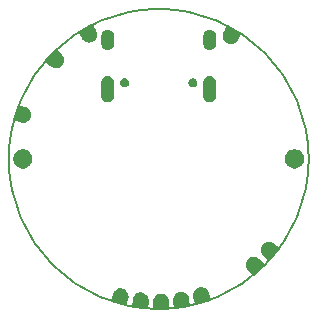
<source format=gbr>
%TF.GenerationSoftware,KiCad,Pcbnew,(5.0.1)-4*%
%TF.CreationDate,2019-06-04T13:38:29+02:00*%
%TF.ProjectId,ESPesh,4553506573682E6B696361645F706362,rev?*%
%TF.SameCoordinates,Original*%
%TF.FileFunction,Soldermask,Bot*%
%TF.FilePolarity,Negative*%
%FSLAX46Y46*%
G04 Gerber Fmt 4.6, Leading zero omitted, Abs format (unit mm)*
G04 Created by KiCad (PCBNEW (5.0.1)-4) date 04/06/2019 13:38:29*
%MOMM*%
%LPD*%
G01*
G04 APERTURE LIST*
%ADD10C,0.200000*%
%ADD11C,0.100000*%
G04 APERTURE END LIST*
D10*
X114808000Y-67754500D02*
G75*
G03X114808000Y-67754500I-12700000J0D01*
G01*
D11*
G36*
X102353815Y-79148434D02*
X102358822Y-79148839D01*
X102358824Y-79148839D01*
X102364974Y-79149337D01*
X102475379Y-79169302D01*
X102481314Y-79170989D01*
X102481317Y-79170990D01*
X102486227Y-79172386D01*
X102496925Y-79175428D01*
X102601309Y-79216546D01*
X102621231Y-79226752D01*
X102715598Y-79287450D01*
X102733144Y-79301345D01*
X102813861Y-79379293D01*
X102817856Y-79383991D01*
X102818666Y-79384943D01*
X102828362Y-79396346D01*
X102892315Y-79488534D01*
X102903209Y-79508086D01*
X102947951Y-79610989D01*
X102954820Y-79632288D01*
X102978628Y-79741940D01*
X102981210Y-79764172D01*
X102981647Y-79789202D01*
X102982462Y-79801436D01*
X102985354Y-79826348D01*
X102996223Y-80448979D01*
X102994916Y-80465139D01*
X102992167Y-80474803D01*
X102987587Y-80483745D01*
X102981351Y-80491620D01*
X102974541Y-80497410D01*
X102973697Y-80498128D01*
X102964921Y-80503018D01*
X102955797Y-80505960D01*
X102955357Y-80506102D01*
X102939254Y-80507972D01*
X101681721Y-80529923D01*
X101665562Y-80528616D01*
X101655896Y-80525867D01*
X101646958Y-80521288D01*
X101646956Y-80521287D01*
X101643018Y-80518168D01*
X101639078Y-80515049D01*
X101632572Y-80507397D01*
X101630132Y-80503018D01*
X101627682Y-80498621D01*
X101624599Y-80489059D01*
X101624598Y-80489057D01*
X101622728Y-80472953D01*
X101611860Y-79850323D01*
X101613880Y-79825348D01*
X101614268Y-79813091D01*
X101613831Y-79788045D01*
X101615637Y-79765726D01*
X101635602Y-79655321D01*
X101641728Y-79633775D01*
X101682846Y-79529391D01*
X101693052Y-79509469D01*
X101753750Y-79415102D01*
X101767645Y-79397556D01*
X101845593Y-79316839D01*
X101862646Y-79302338D01*
X101954834Y-79238385D01*
X101974386Y-79227491D01*
X102077289Y-79182749D01*
X102083156Y-79180857D01*
X102083158Y-79180856D01*
X102087939Y-79179314D01*
X102098588Y-79175880D01*
X102208240Y-79152072D01*
X102230472Y-79149490D01*
X102342656Y-79147531D01*
X102353815Y-79148434D01*
X102353815Y-79148434D01*
G37*
G36*
X100610910Y-79045653D02*
X100722029Y-79061270D01*
X100743773Y-79066540D01*
X100849710Y-79103535D01*
X100870010Y-79112947D01*
X100966687Y-79169895D01*
X100971667Y-79173530D01*
X100971674Y-79173534D01*
X100979789Y-79179457D01*
X100979797Y-79179464D01*
X100984777Y-79183099D01*
X101068479Y-79257805D01*
X101083643Y-79274281D01*
X101151160Y-79363880D01*
X101154373Y-79369148D01*
X101154377Y-79369154D01*
X101158822Y-79376444D01*
X101162821Y-79383002D01*
X101211566Y-79484059D01*
X101219266Y-79505073D01*
X101247361Y-79613712D01*
X101250814Y-79635822D01*
X101257175Y-79747839D01*
X101256247Y-79770210D01*
X101252763Y-79794998D01*
X101251655Y-79807205D01*
X101250614Y-79832260D01*
X101163946Y-80448935D01*
X101160857Y-80461680D01*
X101160127Y-80464691D01*
X101156296Y-80472953D01*
X101155901Y-80473805D01*
X101149977Y-80481922D01*
X101142591Y-80488719D01*
X101142589Y-80488720D01*
X101142586Y-80488723D01*
X101134009Y-80493953D01*
X101134005Y-80493955D01*
X101134004Y-80493955D01*
X101124576Y-80497410D01*
X101114654Y-80498960D01*
X101114650Y-80498960D01*
X101112512Y-80498871D01*
X101098449Y-80498288D01*
X99852965Y-80323246D01*
X99840220Y-80320157D01*
X99837209Y-80319427D01*
X99828095Y-80315201D01*
X99819978Y-80309277D01*
X99813181Y-80301891D01*
X99813180Y-80301889D01*
X99813177Y-80301886D01*
X99807947Y-80293309D01*
X99804490Y-80283876D01*
X99802940Y-80273954D01*
X99803612Y-80257749D01*
X99890280Y-79641079D01*
X99896179Y-79616741D01*
X99898480Y-79604694D01*
X99901968Y-79579879D01*
X99907240Y-79558127D01*
X99944235Y-79452190D01*
X99953647Y-79431890D01*
X100010595Y-79335213D01*
X100014230Y-79330233D01*
X100014234Y-79330226D01*
X100020157Y-79322111D01*
X100020164Y-79322103D01*
X100023799Y-79317123D01*
X100098505Y-79233421D01*
X100114981Y-79218257D01*
X100204580Y-79150740D01*
X100209848Y-79147527D01*
X100209854Y-79147523D01*
X100218431Y-79142293D01*
X100218434Y-79142292D01*
X100223702Y-79139079D01*
X100324759Y-79090334D01*
X100345773Y-79082634D01*
X100454412Y-79054539D01*
X100476522Y-79051086D01*
X100588539Y-79044725D01*
X100610910Y-79045653D01*
X100610910Y-79045653D01*
G37*
G36*
X104095907Y-78998736D02*
X104118081Y-79001803D01*
X104227170Y-79027993D01*
X104233006Y-79030016D01*
X104233008Y-79030017D01*
X104242500Y-79033308D01*
X104242504Y-79033310D01*
X104248333Y-79035331D01*
X104350223Y-79082302D01*
X104355547Y-79085422D01*
X104355548Y-79085423D01*
X104363927Y-79090334D01*
X104369541Y-79093625D01*
X104460315Y-79159577D01*
X104477038Y-79174437D01*
X104553209Y-79256838D01*
X104566719Y-79274686D01*
X104625342Y-79370352D01*
X104635113Y-79390495D01*
X104673946Y-79495758D01*
X104675504Y-79501727D01*
X104675505Y-79501731D01*
X104676377Y-79505073D01*
X104679598Y-79517418D01*
X104683516Y-79542152D01*
X104686026Y-79554151D01*
X104692356Y-79578413D01*
X104789772Y-80193470D01*
X104790726Y-80209658D01*
X104789350Y-80219606D01*
X104789349Y-80219609D01*
X104786058Y-80229101D01*
X104780978Y-80237768D01*
X104774305Y-80245278D01*
X104767860Y-80250156D01*
X104766293Y-80251342D01*
X104757257Y-80255725D01*
X104741561Y-80259821D01*
X103499330Y-80456572D01*
X103483142Y-80457526D01*
X103473194Y-80456150D01*
X103473191Y-80456149D01*
X103463699Y-80452858D01*
X103463697Y-80452857D01*
X103455033Y-80447779D01*
X103454196Y-80447035D01*
X103447522Y-80441105D01*
X103441459Y-80433094D01*
X103441458Y-80433093D01*
X103437075Y-80424057D01*
X103432979Y-80408361D01*
X103335564Y-79793312D01*
X103334089Y-79768295D01*
X103332767Y-79756103D01*
X103328849Y-79731361D01*
X103327531Y-79709017D01*
X103331936Y-79596893D01*
X103335003Y-79574719D01*
X103361193Y-79465630D01*
X103368531Y-79444467D01*
X103415502Y-79342577D01*
X103426825Y-79323259D01*
X103492777Y-79232485D01*
X103507637Y-79215762D01*
X103590038Y-79139591D01*
X103607886Y-79126081D01*
X103703552Y-79067458D01*
X103713623Y-79062573D01*
X103718143Y-79060380D01*
X103718144Y-79060379D01*
X103723695Y-79057687D01*
X103828957Y-79018854D01*
X103834929Y-79017296D01*
X103834931Y-79017295D01*
X103844651Y-79014759D01*
X103850626Y-79013200D01*
X103961442Y-78995648D01*
X103983783Y-78994331D01*
X104095907Y-78998736D01*
X104095907Y-78998736D01*
G37*
G36*
X98970195Y-78709039D02*
X98976288Y-78710045D01*
X98976290Y-78710045D01*
X98986202Y-78711681D01*
X98986208Y-78711683D01*
X98992292Y-78712687D01*
X99100671Y-78741726D01*
X99121622Y-78749612D01*
X99222248Y-78799235D01*
X99241262Y-78811059D01*
X99330272Y-78879358D01*
X99346610Y-78894660D01*
X99420598Y-78979027D01*
X99433632Y-78997217D01*
X99489732Y-79094385D01*
X99498977Y-79114787D01*
X99535037Y-79221018D01*
X99540121Y-79242822D01*
X99554767Y-79354071D01*
X99555499Y-79376444D01*
X99548161Y-79488395D01*
X99547155Y-79494488D01*
X99547155Y-79494490D01*
X99545800Y-79502701D01*
X99544512Y-79510499D01*
X99538024Y-79534711D01*
X99535431Y-79546715D01*
X99534001Y-79555383D01*
X99534001Y-79555393D01*
X99532364Y-79565314D01*
X99532359Y-79565333D01*
X99531356Y-79571411D01*
X99370186Y-80172907D01*
X99368014Y-80178677D01*
X99364475Y-80188079D01*
X99359170Y-80196610D01*
X99352303Y-80203943D01*
X99344137Y-80209794D01*
X99339561Y-80211867D01*
X99334985Y-80213941D01*
X99325203Y-80216222D01*
X99315163Y-80216550D01*
X99315161Y-80216550D01*
X99305249Y-80214914D01*
X99305243Y-80214912D01*
X99299159Y-80213908D01*
X98084293Y-79888386D01*
X98069125Y-79882677D01*
X98069121Y-79882675D01*
X98060590Y-79877370D01*
X98053257Y-79870503D01*
X98047406Y-79862337D01*
X98045333Y-79857761D01*
X98043259Y-79853185D01*
X98040978Y-79843403D01*
X98040650Y-79833363D01*
X98040832Y-79832260D01*
X98042286Y-79823449D01*
X98042288Y-79823443D01*
X98043292Y-79817359D01*
X98204462Y-79215862D01*
X98213291Y-79192404D01*
X98217043Y-79180726D01*
X98223526Y-79156530D01*
X98231412Y-79135578D01*
X98281035Y-79034952D01*
X98292859Y-79015938D01*
X98361158Y-78926928D01*
X98376460Y-78910590D01*
X98460827Y-78836602D01*
X98479017Y-78823568D01*
X98576185Y-78767468D01*
X98596587Y-78758223D01*
X98702818Y-78722163D01*
X98724622Y-78717079D01*
X98835871Y-78702433D01*
X98842030Y-78702231D01*
X98842034Y-78702231D01*
X98848944Y-78702005D01*
X98858244Y-78701701D01*
X98970195Y-78709039D01*
X98970195Y-78709039D01*
G37*
G36*
X105823486Y-78610832D02*
X105845444Y-78615150D01*
X105952889Y-78647486D01*
X105973591Y-78656008D01*
X106072656Y-78708682D01*
X106091297Y-78721079D01*
X106178183Y-78792069D01*
X106194046Y-78807863D01*
X106265416Y-78894441D01*
X106277897Y-78913032D01*
X106331002Y-79011866D01*
X106339613Y-79032527D01*
X106346934Y-79056472D01*
X106351089Y-79068005D01*
X106360734Y-79091152D01*
X106542799Y-79686658D01*
X106544016Y-79692708D01*
X106544018Y-79692714D01*
X106545999Y-79702563D01*
X106546021Y-79712609D01*
X106544083Y-79722466D01*
X106540985Y-79729989D01*
X106540257Y-79731759D01*
X106534696Y-79740121D01*
X106527609Y-79747239D01*
X106523436Y-79750040D01*
X106519266Y-79752840D01*
X106519265Y-79752841D01*
X106519264Y-79752841D01*
X106504303Y-79759077D01*
X105301531Y-80126802D01*
X105285640Y-80129999D01*
X105275592Y-80130021D01*
X105275591Y-80130021D01*
X105265734Y-80128083D01*
X105258211Y-80124985D01*
X105256441Y-80124257D01*
X105248079Y-80118696D01*
X105240961Y-80111609D01*
X105235359Y-80103264D01*
X105229123Y-80088302D01*
X105047054Y-79492784D01*
X105042112Y-79468220D01*
X105039106Y-79456328D01*
X105031783Y-79432376D01*
X105030567Y-79426330D01*
X105030565Y-79426325D01*
X105028584Y-79416475D01*
X105027366Y-79410423D01*
X105016127Y-79298793D01*
X105016077Y-79276404D01*
X105026832Y-79164714D01*
X105031150Y-79142756D01*
X105063486Y-79035311D01*
X105072008Y-79014609D01*
X105124682Y-78915544D01*
X105137079Y-78896903D01*
X105208069Y-78810017D01*
X105223863Y-78794154D01*
X105310441Y-78722784D01*
X105329032Y-78710303D01*
X105427865Y-78657198D01*
X105448525Y-78648588D01*
X105555823Y-78615783D01*
X105561873Y-78614566D01*
X105561876Y-78614565D01*
X105571725Y-78612584D01*
X105571724Y-78612584D01*
X105577779Y-78611366D01*
X105689407Y-78600127D01*
X105695579Y-78600113D01*
X105695581Y-78600113D01*
X105700475Y-78600102D01*
X105711796Y-78600077D01*
X105823486Y-78610832D01*
X105823486Y-78610832D01*
G37*
G36*
X110264311Y-76028079D02*
X110270408Y-76029004D01*
X110270411Y-76029004D01*
X110280344Y-76030511D01*
X110280345Y-76030511D01*
X110286441Y-76031436D01*
X110395194Y-76059056D01*
X110416246Y-76066666D01*
X110517517Y-76114969D01*
X110536685Y-76126543D01*
X110626580Y-76193672D01*
X110643119Y-76208761D01*
X110659869Y-76227364D01*
X110668511Y-76236064D01*
X110687042Y-76252972D01*
X111103720Y-76715740D01*
X111113338Y-76728797D01*
X111117603Y-76737891D01*
X111117603Y-76737892D01*
X111120012Y-76747645D01*
X111120472Y-76757681D01*
X111118965Y-76767614D01*
X111115550Y-76777061D01*
X111110357Y-76785661D01*
X111103586Y-76793083D01*
X111103583Y-76793086D01*
X111099420Y-76797649D01*
X110164760Y-77639220D01*
X110151703Y-77648838D01*
X110142609Y-77653103D01*
X110132856Y-77655512D01*
X110122819Y-77655972D01*
X110112886Y-77654465D01*
X110103439Y-77651050D01*
X110094839Y-77645857D01*
X110087417Y-77639086D01*
X110087414Y-77639083D01*
X110082851Y-77634920D01*
X109666180Y-77172159D01*
X109651319Y-77151984D01*
X109643566Y-77142473D01*
X109626803Y-77123857D01*
X109613527Y-77105832D01*
X109556159Y-77009405D01*
X109553539Y-77003819D01*
X109549273Y-76994724D01*
X109549270Y-76994715D01*
X109546652Y-76989133D01*
X109509202Y-76883379D01*
X109507722Y-76877390D01*
X109507720Y-76877383D01*
X109505311Y-76867629D01*
X109503829Y-76861630D01*
X109487732Y-76750607D01*
X109486706Y-76728236D01*
X109492579Y-76616189D01*
X109495936Y-76594059D01*
X109523556Y-76485306D01*
X109531166Y-76464254D01*
X109579469Y-76362983D01*
X109591043Y-76343815D01*
X109658172Y-76253920D01*
X109673256Y-76237387D01*
X109756647Y-76162301D01*
X109761609Y-76158646D01*
X109761611Y-76158644D01*
X109769700Y-76152686D01*
X109774667Y-76149027D01*
X109871095Y-76091659D01*
X109876678Y-76089041D01*
X109876681Y-76089039D01*
X109885776Y-76084773D01*
X109885785Y-76084770D01*
X109891367Y-76082152D01*
X109997121Y-76044702D01*
X110003110Y-76043222D01*
X110003117Y-76043220D01*
X110012871Y-76040811D01*
X110018870Y-76039329D01*
X110129893Y-76023232D01*
X110152264Y-76022206D01*
X110264311Y-76028079D01*
X110264311Y-76028079D01*
G37*
G36*
X111444957Y-74751985D02*
X111444960Y-74751985D01*
X111450378Y-74752044D01*
X111461181Y-74752162D01*
X111572707Y-74764377D01*
X111594616Y-74768984D01*
X111701622Y-74802723D01*
X111707296Y-74805146D01*
X111707299Y-74805147D01*
X111708275Y-74805564D01*
X111722222Y-74811520D01*
X111820575Y-74865479D01*
X111825675Y-74868968D01*
X111833966Y-74874639D01*
X111833970Y-74874642D01*
X111839061Y-74878125D01*
X111858230Y-74894209D01*
X111867988Y-74901613D01*
X111888697Y-74915783D01*
X112365736Y-75316066D01*
X112372415Y-75322893D01*
X112377075Y-75327655D01*
X112382565Y-75336069D01*
X112382566Y-75336071D01*
X112386308Y-75345390D01*
X112388160Y-75355263D01*
X112388050Y-75365313D01*
X112385983Y-75375145D01*
X112382039Y-75384381D01*
X112372885Y-75397761D01*
X111564434Y-76361236D01*
X111557607Y-76367915D01*
X111552845Y-76372575D01*
X111545237Y-76377539D01*
X111544429Y-76378066D01*
X111535110Y-76381808D01*
X111525237Y-76383660D01*
X111525234Y-76383660D01*
X111519207Y-76383594D01*
X111515187Y-76383550D01*
X111505355Y-76381483D01*
X111496119Y-76377539D01*
X111482739Y-76368385D01*
X111005703Y-75968104D01*
X111001389Y-75963695D01*
X110994363Y-75956515D01*
X110994361Y-75956512D01*
X110988184Y-75950199D01*
X110979184Y-75941861D01*
X110959993Y-75925759D01*
X110955679Y-75921349D01*
X110955675Y-75921346D01*
X110948649Y-75914165D01*
X110948643Y-75914158D01*
X110944330Y-75909749D01*
X110874107Y-75822254D01*
X110861871Y-75803502D01*
X110810064Y-75703981D01*
X110807764Y-75698253D01*
X110804021Y-75688931D01*
X110804019Y-75688925D01*
X110801720Y-75683198D01*
X110770325Y-75575489D01*
X110766197Y-75553482D01*
X110756418Y-75441718D01*
X110756662Y-75419319D01*
X110768877Y-75307793D01*
X110773484Y-75285884D01*
X110807223Y-75178878D01*
X110816020Y-75158278D01*
X110869979Y-75059925D01*
X110882625Y-75041438D01*
X110954740Y-74955495D01*
X110959147Y-74951183D01*
X110959154Y-74951175D01*
X110966335Y-74944149D01*
X110966344Y-74944142D01*
X110970751Y-74939830D01*
X111058246Y-74869607D01*
X111063413Y-74866236D01*
X111063416Y-74866233D01*
X111071830Y-74860743D01*
X111071832Y-74860742D01*
X111076998Y-74857371D01*
X111176519Y-74805564D01*
X111182244Y-74803265D01*
X111182247Y-74803264D01*
X111191569Y-74799521D01*
X111191575Y-74799519D01*
X111197302Y-74797220D01*
X111305011Y-74765825D01*
X111311075Y-74764687D01*
X111311077Y-74764687D01*
X111320951Y-74762835D01*
X111327018Y-74761697D01*
X111438782Y-74751918D01*
X111444957Y-74751985D01*
X111444957Y-74751985D01*
G37*
G36*
X90837142Y-66972742D02*
X90985102Y-67034030D01*
X91118258Y-67123002D01*
X91231498Y-67236242D01*
X91320470Y-67369398D01*
X91381758Y-67517358D01*
X91413000Y-67674425D01*
X91413000Y-67834575D01*
X91381758Y-67991642D01*
X91320470Y-68139602D01*
X91231498Y-68272758D01*
X91118258Y-68385998D01*
X90985102Y-68474970D01*
X90837142Y-68536258D01*
X90680075Y-68567500D01*
X90519925Y-68567500D01*
X90362858Y-68536258D01*
X90214898Y-68474970D01*
X90081742Y-68385998D01*
X89968502Y-68272758D01*
X89879530Y-68139602D01*
X89818242Y-67991642D01*
X89787000Y-67834575D01*
X89787000Y-67674425D01*
X89818242Y-67517358D01*
X89879530Y-67369398D01*
X89968502Y-67236242D01*
X90081742Y-67123002D01*
X90214898Y-67034030D01*
X90362858Y-66972742D01*
X90519925Y-66941500D01*
X90680075Y-66941500D01*
X90837142Y-66972742D01*
X90837142Y-66972742D01*
G37*
G36*
X113837142Y-66972742D02*
X113985102Y-67034030D01*
X114118258Y-67123002D01*
X114231498Y-67236242D01*
X114320470Y-67369398D01*
X114381758Y-67517358D01*
X114413000Y-67674425D01*
X114413000Y-67834575D01*
X114381758Y-67991642D01*
X114320470Y-68139602D01*
X114231498Y-68272758D01*
X114118258Y-68385998D01*
X113985102Y-68474970D01*
X113837142Y-68536258D01*
X113680075Y-68567500D01*
X113519925Y-68567500D01*
X113362858Y-68536258D01*
X113214898Y-68474970D01*
X113081742Y-68385998D01*
X112968502Y-68272758D01*
X112879530Y-68139602D01*
X112818242Y-67991642D01*
X112787000Y-67834575D01*
X112787000Y-67674425D01*
X112818242Y-67517358D01*
X112879530Y-67369398D01*
X112968502Y-67236242D01*
X113081742Y-67123002D01*
X113214898Y-67034030D01*
X113362858Y-66972742D01*
X113519925Y-66941500D01*
X113680075Y-66941500D01*
X113837142Y-66972742D01*
X113837142Y-66972742D01*
G37*
G36*
X90212828Y-63156961D02*
X90222641Y-63159114D01*
X90222646Y-63159116D01*
X90228672Y-63160438D01*
X90820910Y-63352868D01*
X90843873Y-63362911D01*
X90855334Y-63367267D01*
X90879157Y-63375008D01*
X90899670Y-63383980D01*
X90997558Y-63438800D01*
X91015934Y-63451607D01*
X91101252Y-63524476D01*
X91116763Y-63540609D01*
X91186225Y-63628721D01*
X91198295Y-63647576D01*
X91249237Y-63747555D01*
X91257392Y-63768390D01*
X91287850Y-63876387D01*
X91291785Y-63898419D01*
X91300588Y-64010279D01*
X91300149Y-64032666D01*
X91286961Y-64144082D01*
X91282164Y-64165945D01*
X91247490Y-64272660D01*
X91238519Y-64293171D01*
X91183700Y-64391058D01*
X91170893Y-64409434D01*
X91098024Y-64494752D01*
X91081891Y-64510263D01*
X90993779Y-64579725D01*
X90974924Y-64591795D01*
X90874945Y-64642737D01*
X90854110Y-64650892D01*
X90746113Y-64681350D01*
X90724081Y-64685285D01*
X90612221Y-64694088D01*
X90589834Y-64693649D01*
X90478420Y-64680461D01*
X90456557Y-64675664D01*
X90432724Y-64667921D01*
X90420890Y-64664709D01*
X90412249Y-64662813D01*
X90412248Y-64662813D01*
X90409401Y-64662188D01*
X90396411Y-64659338D01*
X89804173Y-64466908D01*
X89798517Y-64464434D01*
X89789313Y-64460408D01*
X89789312Y-64460407D01*
X89789309Y-64460406D01*
X89781074Y-64454666D01*
X89781071Y-64454664D01*
X89774108Y-64447422D01*
X89768692Y-64438961D01*
X89765030Y-64429605D01*
X89763264Y-64419716D01*
X89763461Y-64409672D01*
X89765614Y-64399859D01*
X89765616Y-64399854D01*
X89766938Y-64393828D01*
X90155592Y-63197673D01*
X90162094Y-63182809D01*
X90167834Y-63174574D01*
X90167836Y-63174571D01*
X90175078Y-63167608D01*
X90175079Y-63167607D01*
X90183537Y-63162193D01*
X90183538Y-63162193D01*
X90183539Y-63162192D01*
X90192895Y-63158530D01*
X90192896Y-63158530D01*
X90192898Y-63158529D01*
X90202783Y-63156764D01*
X90202784Y-63156764D01*
X90212828Y-63156961D01*
X90212828Y-63156961D01*
G37*
G36*
X97896015Y-60741473D02*
X97999879Y-60772979D01*
X98095600Y-60824144D01*
X98179501Y-60892999D01*
X98248356Y-60976900D01*
X98299521Y-61072621D01*
X98331027Y-61176485D01*
X98339000Y-61257433D01*
X98339000Y-62411567D01*
X98331027Y-62492515D01*
X98299521Y-62596379D01*
X98248356Y-62692100D01*
X98179501Y-62776001D01*
X98095600Y-62844856D01*
X97999878Y-62896021D01*
X97896014Y-62927527D01*
X97788000Y-62938166D01*
X97679985Y-62927527D01*
X97576121Y-62896021D01*
X97480400Y-62844856D01*
X97396499Y-62776001D01*
X97327644Y-62692100D01*
X97276479Y-62596378D01*
X97244973Y-62492514D01*
X97237000Y-62411566D01*
X97237001Y-61257433D01*
X97244974Y-61176485D01*
X97276480Y-61072621D01*
X97327645Y-60976900D01*
X97396500Y-60892999D01*
X97480401Y-60824144D01*
X97576122Y-60772979D01*
X97679986Y-60741473D01*
X97788000Y-60730834D01*
X97896015Y-60741473D01*
X97896015Y-60741473D01*
G37*
G36*
X106536015Y-60741473D02*
X106639879Y-60772979D01*
X106735600Y-60824144D01*
X106819501Y-60892999D01*
X106888356Y-60976900D01*
X106939521Y-61072621D01*
X106971027Y-61176485D01*
X106979000Y-61257433D01*
X106979000Y-62411567D01*
X106971027Y-62492515D01*
X106939521Y-62596379D01*
X106888356Y-62692100D01*
X106819501Y-62776001D01*
X106735600Y-62844856D01*
X106639878Y-62896021D01*
X106536014Y-62927527D01*
X106428000Y-62938166D01*
X106319985Y-62927527D01*
X106216121Y-62896021D01*
X106120400Y-62844856D01*
X106036499Y-62776001D01*
X105967644Y-62692100D01*
X105916479Y-62596378D01*
X105884973Y-62492514D01*
X105877000Y-62411566D01*
X105877001Y-61257433D01*
X105884974Y-61176485D01*
X105916480Y-61072621D01*
X105967645Y-60976900D01*
X106036500Y-60892999D01*
X106120401Y-60824144D01*
X106216122Y-60772979D01*
X106319986Y-60741473D01*
X106428000Y-60730834D01*
X106536015Y-60741473D01*
X106536015Y-60741473D01*
G37*
G36*
X105107672Y-60942949D02*
X105107674Y-60942950D01*
X105107675Y-60942950D01*
X105176103Y-60971293D01*
X105237409Y-61012257D01*
X105237689Y-61012444D01*
X105290056Y-61064811D01*
X105290058Y-61064814D01*
X105331207Y-61126397D01*
X105359550Y-61194825D01*
X105374000Y-61267467D01*
X105374000Y-61341533D01*
X105359550Y-61414175D01*
X105331207Y-61482603D01*
X105290243Y-61543909D01*
X105290056Y-61544189D01*
X105237689Y-61596556D01*
X105237686Y-61596558D01*
X105176103Y-61637707D01*
X105107675Y-61666050D01*
X105107674Y-61666050D01*
X105107672Y-61666051D01*
X105035034Y-61680500D01*
X104960966Y-61680500D01*
X104888328Y-61666051D01*
X104888326Y-61666050D01*
X104888325Y-61666050D01*
X104819897Y-61637707D01*
X104758314Y-61596558D01*
X104758311Y-61596556D01*
X104705944Y-61544189D01*
X104705757Y-61543909D01*
X104664793Y-61482603D01*
X104636450Y-61414175D01*
X104622000Y-61341533D01*
X104622000Y-61267467D01*
X104636450Y-61194825D01*
X104664793Y-61126397D01*
X104705942Y-61064814D01*
X104705944Y-61064811D01*
X104758311Y-61012444D01*
X104758591Y-61012257D01*
X104819897Y-60971293D01*
X104888325Y-60942950D01*
X104888326Y-60942950D01*
X104888328Y-60942949D01*
X104960966Y-60928500D01*
X105035034Y-60928500D01*
X105107672Y-60942949D01*
X105107672Y-60942949D01*
G37*
G36*
X99327672Y-60942949D02*
X99327674Y-60942950D01*
X99327675Y-60942950D01*
X99396103Y-60971293D01*
X99457409Y-61012257D01*
X99457689Y-61012444D01*
X99510056Y-61064811D01*
X99510058Y-61064814D01*
X99551207Y-61126397D01*
X99579550Y-61194825D01*
X99594000Y-61267467D01*
X99594000Y-61341533D01*
X99579550Y-61414175D01*
X99551207Y-61482603D01*
X99510243Y-61543909D01*
X99510056Y-61544189D01*
X99457689Y-61596556D01*
X99457686Y-61596558D01*
X99396103Y-61637707D01*
X99327675Y-61666050D01*
X99327674Y-61666050D01*
X99327672Y-61666051D01*
X99255034Y-61680500D01*
X99180966Y-61680500D01*
X99108328Y-61666051D01*
X99108326Y-61666050D01*
X99108325Y-61666050D01*
X99039897Y-61637707D01*
X98978314Y-61596558D01*
X98978311Y-61596556D01*
X98925944Y-61544189D01*
X98925757Y-61543909D01*
X98884793Y-61482603D01*
X98856450Y-61414175D01*
X98842000Y-61341533D01*
X98842000Y-61267467D01*
X98856450Y-61194825D01*
X98884793Y-61126397D01*
X98925942Y-61064814D01*
X98925944Y-61064811D01*
X98978311Y-61012444D01*
X98978591Y-61012257D01*
X99039897Y-60971293D01*
X99108325Y-60942950D01*
X99108326Y-60942950D01*
X99108328Y-60942949D01*
X99180966Y-60928500D01*
X99255034Y-60928500D01*
X99327672Y-60942949D01*
X99327672Y-60942949D01*
G37*
G36*
X93401944Y-58424181D02*
X93411610Y-58426930D01*
X93420140Y-58431300D01*
X93420550Y-58431510D01*
X93421805Y-58432504D01*
X93433266Y-58441579D01*
X93881213Y-58874156D01*
X93897446Y-58893247D01*
X93905839Y-58902189D01*
X93923859Y-58919592D01*
X93938362Y-58936647D01*
X94002310Y-59028827D01*
X94005315Y-59034219D01*
X94005318Y-59034224D01*
X94010208Y-59043000D01*
X94013215Y-59048397D01*
X94057948Y-59151277D01*
X94059842Y-59157150D01*
X94059845Y-59157157D01*
X94062928Y-59166719D01*
X94064822Y-59172593D01*
X94088629Y-59282240D01*
X94091211Y-59304472D01*
X94093170Y-59416656D01*
X94091364Y-59438974D01*
X94071399Y-59549382D01*
X94065275Y-59570917D01*
X94024152Y-59675312D01*
X94013950Y-59695226D01*
X93953246Y-59789601D01*
X93939354Y-59807144D01*
X93861408Y-59887860D01*
X93856709Y-59891855D01*
X93849056Y-59898363D01*
X93849052Y-59898366D01*
X93844352Y-59902362D01*
X93752173Y-59966310D01*
X93746781Y-59969315D01*
X93746776Y-59969318D01*
X93738000Y-59974208D01*
X93737997Y-59974209D01*
X93732603Y-59977215D01*
X93629723Y-60021948D01*
X93623850Y-60023842D01*
X93623843Y-60023845D01*
X93614281Y-60026928D01*
X93614279Y-60026929D01*
X93608407Y-60028822D01*
X93498760Y-60052629D01*
X93476528Y-60055211D01*
X93364344Y-60057170D01*
X93353185Y-60056267D01*
X93348178Y-60055862D01*
X93348176Y-60055862D01*
X93342026Y-60055364D01*
X93231618Y-60035399D01*
X93210083Y-60029275D01*
X93105688Y-59988152D01*
X93085774Y-59977950D01*
X92991401Y-59917247D01*
X92973847Y-59903347D01*
X92955813Y-59885932D01*
X92946575Y-59877848D01*
X92939677Y-59872386D01*
X92939674Y-59872385D01*
X92931793Y-59866145D01*
X92931791Y-59866143D01*
X92926951Y-59862311D01*
X92479009Y-59429738D01*
X92468504Y-59417384D01*
X92463615Y-59408609D01*
X92463614Y-59408608D01*
X92460531Y-59399046D01*
X92460530Y-59399044D01*
X92459371Y-59389067D01*
X92460181Y-59379056D01*
X92462930Y-59369390D01*
X92467509Y-59360452D01*
X92467510Y-59360450D01*
X92473747Y-59352574D01*
X92477579Y-59347734D01*
X93351262Y-58443009D01*
X93363616Y-58432504D01*
X93365402Y-58431509D01*
X93372392Y-58427614D01*
X93378667Y-58425591D01*
X93381956Y-58424530D01*
X93391933Y-58423371D01*
X93401944Y-58424181D01*
X93401944Y-58424181D01*
G37*
G36*
X97896015Y-56811473D02*
X97999879Y-56842979D01*
X98095600Y-56894144D01*
X98179501Y-56962999D01*
X98248356Y-57046900D01*
X98299521Y-57142621D01*
X98331027Y-57246485D01*
X98339000Y-57327433D01*
X98339000Y-57981567D01*
X98331027Y-58062515D01*
X98299521Y-58166379D01*
X98248356Y-58262100D01*
X98179501Y-58346001D01*
X98095600Y-58414856D01*
X97999878Y-58466021D01*
X97896014Y-58497527D01*
X97788000Y-58508166D01*
X97679985Y-58497527D01*
X97576121Y-58466021D01*
X97480400Y-58414856D01*
X97396499Y-58346001D01*
X97327644Y-58262100D01*
X97276479Y-58166378D01*
X97244973Y-58062514D01*
X97237000Y-57981566D01*
X97237000Y-57327433D01*
X97244973Y-57246485D01*
X97276480Y-57142621D01*
X97327645Y-57046900D01*
X97396500Y-56962999D01*
X97480401Y-56894144D01*
X97576122Y-56842979D01*
X97679986Y-56811473D01*
X97788000Y-56800834D01*
X97896015Y-56811473D01*
X97896015Y-56811473D01*
G37*
G36*
X106536015Y-56811473D02*
X106639879Y-56842979D01*
X106735600Y-56894144D01*
X106819501Y-56962999D01*
X106888356Y-57046900D01*
X106939521Y-57142621D01*
X106971027Y-57246485D01*
X106979000Y-57327433D01*
X106979000Y-57981567D01*
X106971027Y-58062515D01*
X106939521Y-58166379D01*
X106888356Y-58262100D01*
X106819501Y-58346001D01*
X106735600Y-58414856D01*
X106639878Y-58466021D01*
X106536014Y-58497527D01*
X106428000Y-58508166D01*
X106319985Y-58497527D01*
X106216121Y-58466021D01*
X106120400Y-58414856D01*
X106036499Y-58346001D01*
X105967644Y-58262100D01*
X105916479Y-58166378D01*
X105884973Y-58062514D01*
X105877000Y-57981566D01*
X105877000Y-57327433D01*
X105884973Y-57246485D01*
X105916480Y-57142621D01*
X105967645Y-57046900D01*
X106036500Y-56962999D01*
X106120401Y-56894144D01*
X106216122Y-56842979D01*
X106319986Y-56811473D01*
X106428000Y-56800834D01*
X106536015Y-56811473D01*
X106536015Y-56811473D01*
G37*
G36*
X107978264Y-56422265D02*
X107988046Y-56424546D01*
X108002819Y-56431240D01*
X109092035Y-57060099D01*
X109105216Y-57069544D01*
X109111308Y-57076050D01*
X109112083Y-57076877D01*
X109117388Y-57085408D01*
X109117390Y-57085412D01*
X109120926Y-57094806D01*
X109122563Y-57104724D01*
X109122235Y-57114764D01*
X109119954Y-57124546D01*
X109113260Y-57139319D01*
X108801901Y-57678608D01*
X108787307Y-57698975D01*
X108780662Y-57709281D01*
X108768131Y-57730985D01*
X108755100Y-57749169D01*
X108681114Y-57833535D01*
X108676613Y-57837751D01*
X108676611Y-57837753D01*
X108669278Y-57844621D01*
X108664767Y-57848846D01*
X108575765Y-57917138D01*
X108556750Y-57928963D01*
X108456115Y-57978592D01*
X108435172Y-57986474D01*
X108326792Y-58015514D01*
X108320710Y-58016518D01*
X108320703Y-58016520D01*
X108310790Y-58018156D01*
X108310789Y-58018156D01*
X108304696Y-58019162D01*
X108192744Y-58026499D01*
X108183906Y-58026210D01*
X108176534Y-58025969D01*
X108176530Y-58025969D01*
X108170371Y-58025767D01*
X108059121Y-58011121D01*
X108037325Y-58006038D01*
X107931083Y-57969974D01*
X107910683Y-57960731D01*
X107813525Y-57904636D01*
X107808508Y-57901041D01*
X107808503Y-57901038D01*
X107800338Y-57895187D01*
X107800334Y-57895184D01*
X107795322Y-57891592D01*
X107710965Y-57817614D01*
X107695654Y-57801267D01*
X107627362Y-57712265D01*
X107623799Y-57706535D01*
X107618795Y-57698489D01*
X107615537Y-57693250D01*
X107565908Y-57592615D01*
X107558026Y-57571672D01*
X107528986Y-57463292D01*
X107527982Y-57457210D01*
X107527980Y-57457203D01*
X107526344Y-57447290D01*
X107526344Y-57447289D01*
X107525338Y-57441196D01*
X107518001Y-57329244D01*
X107518733Y-57306871D01*
X107533379Y-57195621D01*
X107538462Y-57173825D01*
X107574529Y-57067574D01*
X107583765Y-57047191D01*
X107596288Y-57025500D01*
X107601891Y-57014593D01*
X107612240Y-56991756D01*
X107923599Y-56452465D01*
X107933044Y-56439284D01*
X107940375Y-56432419D01*
X107940377Y-56432417D01*
X107948908Y-56427112D01*
X107948912Y-56427110D01*
X107958306Y-56423574D01*
X107958308Y-56423574D01*
X107958310Y-56423573D01*
X107968222Y-56421937D01*
X107968224Y-56421937D01*
X107978264Y-56422265D01*
X107978264Y-56422265D01*
G37*
G36*
X96448190Y-56296573D02*
X96448192Y-56296574D01*
X96448194Y-56296574D01*
X96457588Y-56300110D01*
X96457592Y-56300112D01*
X96466123Y-56305417D01*
X96466125Y-56305419D01*
X96473456Y-56312284D01*
X96482901Y-56325465D01*
X96794258Y-56864752D01*
X96796804Y-56870371D01*
X96796807Y-56870376D01*
X96800953Y-56879527D01*
X96804599Y-56887574D01*
X96810203Y-56898483D01*
X96822734Y-56920189D01*
X96831971Y-56940574D01*
X96868038Y-57046825D01*
X96873121Y-57068621D01*
X96887767Y-57179871D01*
X96888499Y-57202244D01*
X96881162Y-57314196D01*
X96880156Y-57320289D01*
X96880156Y-57320290D01*
X96878520Y-57330203D01*
X96878518Y-57330210D01*
X96877514Y-57336292D01*
X96848474Y-57444672D01*
X96840592Y-57465615D01*
X96790963Y-57566250D01*
X96787705Y-57571489D01*
X96784003Y-57577443D01*
X96779138Y-57585265D01*
X96710846Y-57674267D01*
X96695535Y-57690614D01*
X96611178Y-57764592D01*
X96606166Y-57768184D01*
X96606162Y-57768187D01*
X96597997Y-57774038D01*
X96597992Y-57774041D01*
X96592975Y-57777636D01*
X96495817Y-57833731D01*
X96475417Y-57842974D01*
X96369175Y-57879038D01*
X96347379Y-57884121D01*
X96236129Y-57898767D01*
X96229970Y-57898969D01*
X96229966Y-57898969D01*
X96222594Y-57899210D01*
X96213756Y-57899499D01*
X96101804Y-57892162D01*
X96095711Y-57891156D01*
X96095710Y-57891156D01*
X96085797Y-57889520D01*
X96085790Y-57889518D01*
X96079708Y-57888514D01*
X95971328Y-57859474D01*
X95950385Y-57851592D01*
X95849750Y-57801963D01*
X95830735Y-57790138D01*
X95741733Y-57721846D01*
X95737222Y-57717621D01*
X95729889Y-57710753D01*
X95729887Y-57710751D01*
X95725386Y-57706535D01*
X95651400Y-57622169D01*
X95638367Y-57603981D01*
X95625836Y-57582278D01*
X95619189Y-57571969D01*
X95604600Y-57551611D01*
X95293240Y-57012319D01*
X95286546Y-56997546D01*
X95284265Y-56987764D01*
X95283937Y-56977724D01*
X95285574Y-56967806D01*
X95289110Y-56958412D01*
X95289112Y-56958408D01*
X95294417Y-56949877D01*
X95295192Y-56949050D01*
X95301284Y-56942544D01*
X95314465Y-56933099D01*
X96403681Y-56304240D01*
X96418454Y-56297546D01*
X96428236Y-56295265D01*
X96438276Y-56294937D01*
X96438278Y-56294937D01*
X96448190Y-56296573D01*
X96448190Y-56296573D01*
G37*
M02*

</source>
